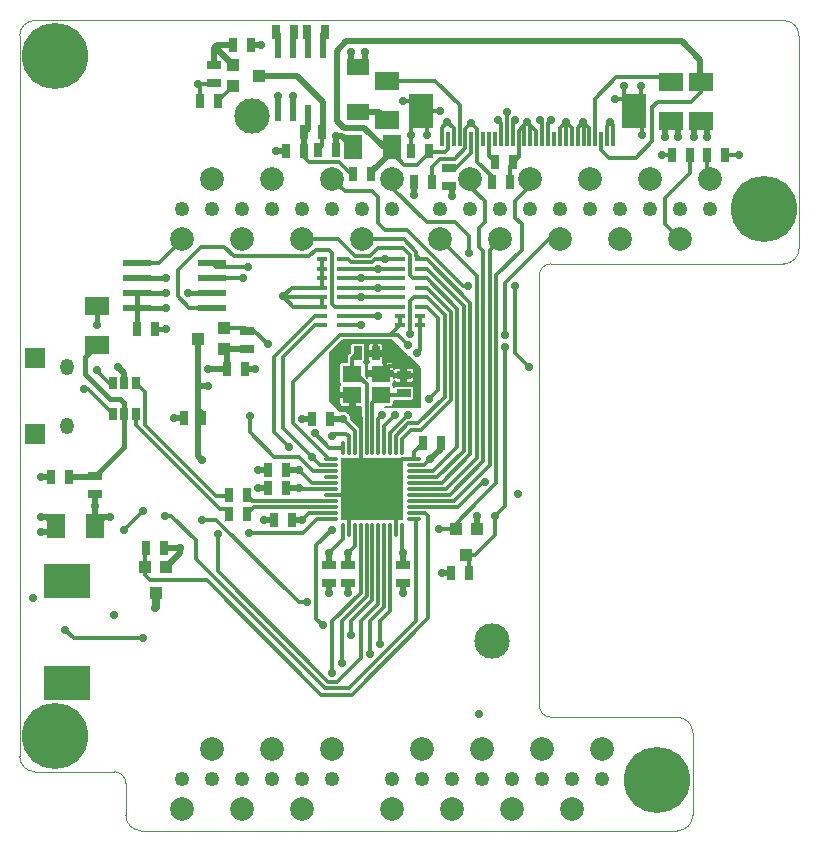
<source format=gbl>
G04 (created by PCBNEW (2013-07-07 BZR 4022)-stable) date 15/02/2015 14:23:04*
%MOIN*%
G04 Gerber Fmt 3.4, Leading zero omitted, Abs format*
%FSLAX34Y34*%
G01*
G70*
G90*
G04 APERTURE LIST*
%ADD10C,0.00590551*%
%ADD11C,0.000393701*%
%ADD12C,0.220472*%
%ADD13R,0.025X0.045*%
%ADD14R,0.011811X0.0511811*%
%ADD15R,0.0787402X0.11811*%
%ADD16R,0.0944701X0.0236*%
%ADD17R,0.08X0.06*%
%ADD18R,0.0629921X0.0551181*%
%ADD19R,0.0272X0.0394*%
%ADD20R,0.0433071X0.0433071*%
%ADD21R,0.0748031X0.0551181*%
%ADD22R,0.0236X0.0551*%
%ADD23R,0.06X0.08*%
%ADD24R,0.045X0.025*%
%ADD25R,0.0354331X0.0177165*%
%ADD26O,0.0511811X0.011811*%
%ADD27O,0.011811X0.0511811*%
%ADD28R,0.208661X0.208661*%
%ADD29C,0.11811*%
%ADD30O,0.0452756X0.0551181*%
%ADD31R,0.0669291X0.0669291*%
%ADD32C,0.0787402*%
%ADD33C,0.0492126*%
%ADD34R,0.15748X0.11811*%
%ADD35C,0.0275591*%
%ADD36C,0.011811*%
%ADD37C,0.019685*%
%ADD38C,0.015748*%
%ADD39C,0.0275591*%
%ADD40C,0.00787402*%
G04 APERTURE END LIST*
G54D10*
G54D11*
X42173Y-51606D02*
X42173Y-27590D01*
X42173Y-27590D02*
G75*
G02X42685Y-27078I511J0D01*
G74*
G01*
X45716Y-52511D02*
X45716Y-53574D01*
X42685Y-52118D02*
X45322Y-52118D01*
X67645Y-27078D02*
X42685Y-27078D01*
X68157Y-34677D02*
X68157Y-27590D01*
X59889Y-35188D02*
X67645Y-35188D01*
X59496Y-49913D02*
X59496Y-35582D01*
X64102Y-50307D02*
X59889Y-50307D01*
X64614Y-53574D02*
X64614Y-50818D01*
X46228Y-54086D02*
X64102Y-54086D01*
X45322Y-52118D02*
G75*
G02X45716Y-52511I0J-393D01*
G74*
G01*
X42685Y-52118D02*
G75*
G02X42173Y-51606I0J511D01*
G74*
G01*
X67645Y-27078D02*
G75*
G02X68157Y-27590I0J-511D01*
G74*
G01*
X68157Y-34678D02*
G75*
G02X67645Y-35188I-511J0D01*
G74*
G01*
X59496Y-35581D02*
G75*
G02X59889Y-35188I393J0D01*
G74*
G01*
X59889Y-50307D02*
G75*
G02X59496Y-49913I0J393D01*
G74*
G01*
X64103Y-50307D02*
G75*
G02X64614Y-50818I0J-511D01*
G74*
G01*
X64614Y-53575D02*
G75*
G02X64102Y-54086I-511J0D01*
G74*
G01*
X46227Y-54086D02*
G75*
G02X45716Y-53574I0J511D01*
G74*
G01*
G54D12*
X43354Y-50937D03*
X63433Y-52393D03*
X43354Y-28259D03*
X66976Y-33377D03*
G54D13*
X48784Y-29763D03*
X48184Y-29763D03*
G54D14*
X61956Y-31015D03*
X61759Y-31015D03*
X61562Y-31015D03*
X61366Y-31015D03*
X61169Y-31015D03*
X60972Y-31015D03*
X60775Y-31015D03*
X60578Y-31015D03*
X60381Y-31015D03*
X60185Y-31015D03*
X59988Y-31015D03*
X59791Y-31015D03*
X59594Y-31015D03*
X59397Y-31015D03*
X59200Y-31015D03*
X59003Y-31015D03*
X58807Y-31015D03*
X58610Y-31015D03*
X58413Y-31015D03*
X58216Y-31015D03*
X58019Y-31015D03*
X57822Y-31015D03*
X57625Y-31015D03*
X57429Y-31015D03*
X57232Y-31015D03*
X57035Y-31015D03*
X56838Y-31015D03*
X56641Y-31015D03*
X56444Y-31015D03*
X56248Y-31015D03*
G54D15*
X55559Y-30090D03*
X62645Y-30090D03*
G54D16*
X46095Y-35155D03*
X48589Y-35155D03*
X46095Y-35655D03*
X46095Y-36155D03*
X46095Y-36655D03*
X48589Y-35655D03*
X48589Y-36155D03*
X48589Y-36655D03*
G54D17*
X44744Y-36613D03*
X44744Y-37913D03*
G54D13*
X65093Y-31574D03*
X65693Y-31574D03*
X64532Y-31574D03*
X63932Y-31574D03*
X46392Y-44665D03*
X46992Y-44665D03*
G54D18*
X53267Y-38858D03*
X54212Y-38858D03*
X54212Y-39566D03*
X53267Y-39566D03*
G54D19*
X45295Y-39173D03*
X46043Y-39173D03*
X45669Y-39173D03*
X46043Y-40197D03*
X45295Y-40197D03*
X45669Y-40197D03*
G54D20*
X49291Y-28567D03*
X49291Y-29267D03*
X50157Y-28917D03*
X57416Y-44035D03*
X56716Y-44035D03*
X57066Y-44901D03*
X48996Y-38046D03*
X48996Y-37346D03*
X48129Y-37696D03*
G54D21*
X53464Y-30118D03*
X53464Y-28622D03*
G54D22*
X50785Y-30164D03*
X50785Y-28064D03*
X51285Y-30164D03*
X51785Y-30164D03*
X52285Y-30164D03*
X51285Y-28064D03*
X51785Y-28064D03*
X52285Y-28064D03*
G54D17*
X63897Y-29133D03*
X63897Y-30433D03*
X64881Y-29133D03*
X64881Y-30433D03*
G54D23*
X44685Y-43917D03*
X43385Y-43917D03*
G54D17*
X54429Y-29094D03*
X54429Y-30394D03*
G54D23*
X54587Y-31299D03*
X53287Y-31299D03*
G54D13*
X49148Y-42913D03*
X49748Y-42913D03*
X49148Y-43523D03*
X49748Y-43523D03*
G54D24*
X48661Y-29177D03*
X48661Y-28577D03*
G54D13*
X53902Y-32204D03*
X53302Y-32204D03*
G54D24*
X44685Y-42278D03*
X44685Y-42878D03*
G54D13*
X58026Y-31811D03*
X58626Y-31811D03*
X56570Y-45511D03*
X57170Y-45511D03*
G54D24*
X49763Y-37416D03*
X49763Y-38016D03*
X54960Y-45231D03*
X54960Y-45831D03*
G54D13*
X56205Y-41161D03*
X55605Y-41161D03*
X43823Y-42283D03*
X43223Y-42283D03*
X52524Y-40354D03*
X51924Y-40354D03*
X49286Y-27913D03*
X49886Y-27913D03*
X51048Y-42657D03*
X50448Y-42657D03*
X52268Y-30807D03*
X51668Y-30807D03*
X51638Y-31417D03*
X51038Y-31417D03*
X52347Y-27460D03*
X51747Y-27460D03*
X50723Y-27460D03*
X51323Y-27460D03*
X52121Y-31397D03*
X52721Y-31397D03*
G54D24*
X53110Y-45231D03*
X53110Y-45831D03*
G54D13*
X51244Y-43720D03*
X50644Y-43720D03*
G54D24*
X56476Y-32003D03*
X56476Y-32603D03*
G54D13*
X57908Y-32460D03*
X58508Y-32460D03*
X55910Y-32460D03*
X55310Y-32460D03*
X49089Y-38700D03*
X49689Y-38700D03*
X55831Y-31437D03*
X55231Y-31437D03*
G54D24*
X52500Y-45231D03*
X52500Y-45831D03*
G54D13*
X51048Y-42047D03*
X50448Y-42047D03*
X46097Y-37362D03*
X46697Y-37362D03*
G54D24*
X54980Y-39512D03*
X54980Y-38912D03*
G54D13*
X53440Y-38169D03*
X54040Y-38169D03*
X48252Y-40314D03*
X47652Y-40314D03*
G54D25*
X54842Y-37244D03*
X54842Y-36929D03*
X54842Y-36614D03*
X54842Y-36299D03*
X54842Y-35984D03*
X54842Y-35669D03*
X54842Y-35354D03*
X54842Y-35039D03*
X55511Y-35039D03*
X55511Y-35354D03*
X55511Y-35669D03*
X55511Y-35984D03*
X55511Y-36299D03*
X55511Y-36614D03*
X55511Y-36929D03*
X55511Y-37244D03*
X52933Y-35039D03*
X52933Y-35354D03*
X52933Y-35669D03*
X52933Y-35984D03*
X52933Y-36299D03*
X52933Y-36614D03*
X52933Y-36929D03*
X52933Y-37244D03*
X52263Y-37244D03*
X52263Y-36929D03*
X52263Y-36614D03*
X52263Y-36299D03*
X52263Y-35984D03*
X52263Y-35669D03*
X52263Y-35354D03*
X52263Y-35039D03*
G54D26*
X52559Y-43681D03*
X52559Y-43484D03*
X52559Y-43287D03*
X52559Y-43090D03*
X52559Y-42893D03*
X52559Y-42696D03*
X52559Y-42500D03*
X52559Y-42303D03*
X52559Y-42106D03*
X52559Y-41909D03*
X52559Y-41712D03*
G54D27*
X52952Y-41318D03*
X53149Y-41318D03*
X53346Y-41318D03*
X53543Y-41318D03*
X53740Y-41318D03*
X53937Y-41318D03*
X54133Y-41318D03*
X54330Y-41318D03*
X54527Y-41318D03*
X54724Y-41318D03*
X54921Y-41318D03*
G54D26*
X55314Y-41712D03*
X55314Y-41909D03*
X55314Y-42106D03*
X55314Y-42303D03*
X55314Y-42500D03*
X55314Y-42696D03*
X55314Y-42893D03*
X55314Y-43090D03*
X55314Y-43287D03*
X55314Y-43484D03*
X55314Y-43681D03*
G54D27*
X54921Y-44074D03*
X54724Y-44074D03*
X54527Y-44074D03*
X54330Y-44074D03*
X54133Y-44074D03*
X53937Y-44074D03*
X53740Y-44074D03*
X53543Y-44074D03*
X53346Y-44074D03*
X53149Y-44074D03*
X52952Y-44074D03*
G54D28*
X53937Y-42696D03*
G54D29*
X49905Y-30267D03*
X57905Y-47767D03*
G54D20*
X47062Y-45295D03*
X46362Y-45295D03*
X46712Y-46161D03*
G54D30*
X43767Y-38614D03*
X43767Y-40582D03*
G54D31*
X42704Y-38338D03*
X42704Y-40858D03*
G54D32*
X61602Y-51370D03*
X60602Y-53370D03*
X59602Y-51370D03*
X58602Y-53370D03*
X57602Y-51370D03*
X56602Y-53370D03*
X55602Y-51370D03*
X54602Y-53370D03*
G54D33*
X61602Y-52370D03*
X60602Y-52370D03*
X59602Y-52370D03*
X58602Y-52370D03*
X57602Y-52370D03*
X56602Y-52370D03*
X55602Y-52370D03*
X54602Y-52370D03*
G54D32*
X65202Y-32370D03*
X64202Y-34370D03*
X63202Y-32370D03*
X62202Y-34370D03*
X61202Y-32370D03*
X60202Y-34370D03*
X59202Y-32370D03*
X58202Y-34370D03*
X56202Y-34370D03*
G54D33*
X65202Y-33370D03*
X64202Y-33370D03*
X63202Y-33370D03*
X62202Y-33370D03*
X61202Y-33370D03*
X60202Y-33370D03*
X59202Y-33370D03*
X58202Y-33370D03*
X57202Y-33370D03*
X56202Y-33370D03*
G54D32*
X57202Y-32370D03*
X52602Y-51370D03*
X51602Y-53370D03*
X50602Y-51370D03*
X49602Y-53370D03*
X48602Y-51370D03*
X47602Y-53370D03*
G54D33*
X52602Y-52370D03*
X51602Y-52370D03*
X50602Y-52370D03*
X49602Y-52370D03*
X48602Y-52370D03*
X47602Y-52370D03*
G54D32*
X54602Y-32370D03*
X53602Y-34370D03*
X52602Y-32370D03*
X51602Y-34370D03*
X50602Y-32370D03*
X49602Y-34370D03*
X48602Y-32370D03*
X47602Y-34370D03*
G54D33*
X54602Y-33370D03*
X53602Y-33370D03*
X52602Y-33370D03*
X51602Y-33370D03*
X50602Y-33370D03*
X49602Y-33370D03*
X48602Y-33370D03*
X47602Y-33370D03*
G54D34*
X43748Y-45779D03*
X43748Y-49165D03*
G54D35*
X47795Y-36161D03*
X47066Y-36653D03*
X47066Y-36161D03*
X57224Y-30492D03*
X51476Y-42657D03*
X57480Y-50196D03*
X48740Y-28016D03*
X45196Y-43622D03*
X44685Y-43248D03*
X45314Y-46889D03*
X42637Y-46338D03*
X48444Y-38700D03*
X66141Y-31574D03*
X63602Y-31574D03*
X56240Y-45511D03*
X54960Y-44822D03*
X54133Y-36929D03*
X55846Y-41712D03*
X51476Y-42047D03*
X51574Y-43720D03*
X52952Y-40354D03*
X52500Y-44822D03*
X53110Y-44822D03*
X48779Y-44192D03*
X55807Y-39704D03*
X52007Y-40826D03*
X54271Y-40216D03*
X45669Y-44055D03*
X46279Y-43444D03*
X54704Y-40216D03*
X54370Y-35039D03*
X58700Y-30413D03*
X54114Y-35354D03*
X58405Y-30118D03*
X53543Y-35669D03*
X58129Y-30413D03*
X46692Y-46653D03*
X50452Y-37874D03*
X57696Y-42460D03*
X58681Y-35944D03*
X57106Y-35944D03*
X59153Y-38641D03*
X55137Y-40216D03*
X51751Y-46476D03*
X48267Y-43720D03*
X55177Y-37519D03*
X49822Y-44153D03*
X57145Y-34842D03*
X52598Y-48818D03*
X52913Y-48503D03*
X53858Y-48188D03*
X54173Y-47874D03*
X58366Y-37952D03*
X55413Y-38169D03*
X58011Y-43602D03*
X49625Y-35669D03*
X54133Y-35984D03*
X59507Y-30413D03*
X49783Y-35295D03*
X53543Y-36299D03*
X59881Y-30413D03*
X55137Y-37913D03*
X58366Y-37559D03*
X51909Y-41614D03*
X56141Y-44035D03*
X49842Y-40275D03*
X48267Y-41732D03*
X48464Y-39271D03*
X46299Y-47677D03*
X43700Y-47401D03*
X53228Y-47559D03*
X52598Y-40944D03*
X51161Y-41299D03*
X52578Y-44055D03*
X52283Y-47244D03*
X55236Y-30905D03*
X54940Y-29763D03*
X56181Y-30098D03*
X55767Y-30905D03*
X62893Y-29271D03*
X62322Y-29271D03*
X62027Y-29685D03*
X62913Y-30905D03*
X47047Y-37362D03*
X47066Y-35649D03*
X47519Y-44665D03*
X45452Y-38622D03*
X47322Y-40314D03*
X42874Y-44133D03*
X42874Y-43622D03*
X42893Y-42283D03*
X50314Y-43720D03*
X58779Y-42874D03*
X50019Y-38700D03*
X65098Y-30964D03*
X64665Y-30964D03*
X64114Y-30964D03*
X63681Y-30964D03*
X50964Y-36279D03*
X59094Y-30472D03*
X53543Y-37244D03*
X50216Y-27913D03*
X61870Y-30472D03*
X60964Y-30472D03*
X60374Y-30472D03*
X56437Y-30472D03*
X53700Y-28129D03*
X53228Y-28129D03*
X56594Y-32933D03*
X55314Y-32913D03*
X50708Y-31417D03*
X52736Y-30944D03*
X51279Y-29606D03*
X50787Y-29606D03*
X57421Y-43602D03*
X53110Y-43523D03*
X54763Y-43523D03*
X53110Y-41870D03*
X53937Y-42696D03*
X54763Y-41870D03*
X51594Y-40354D03*
X53267Y-40059D03*
X52736Y-39566D03*
X54980Y-38582D03*
X54370Y-38169D03*
X54960Y-46161D03*
X53110Y-46161D03*
X52500Y-46161D03*
X50118Y-42657D03*
X50118Y-42047D03*
X44744Y-37224D03*
X48129Y-29192D03*
X47007Y-43582D03*
X44744Y-38740D03*
X44311Y-39350D03*
G54D36*
X51638Y-31417D02*
X51638Y-31618D01*
X53228Y-32204D02*
X53302Y-32204D01*
X52814Y-31791D02*
X53228Y-32204D01*
X51811Y-31791D02*
X52814Y-31791D01*
X51638Y-31618D02*
X51811Y-31791D01*
G54D37*
X51638Y-31417D02*
X51638Y-30837D01*
X51638Y-30837D02*
X51668Y-30807D01*
X51785Y-30164D02*
X51785Y-30690D01*
X51785Y-30690D02*
X51668Y-30807D01*
G54D38*
X46095Y-36655D02*
X46095Y-37360D01*
X46095Y-37360D02*
X46097Y-37362D01*
X48589Y-36155D02*
X47801Y-36155D01*
X47801Y-36155D02*
X47795Y-36161D01*
X46095Y-36655D02*
X47064Y-36655D01*
X47064Y-36655D02*
X47066Y-36653D01*
X46095Y-36155D02*
X47061Y-36155D01*
X47061Y-36155D02*
X47066Y-36161D01*
X46095Y-36655D02*
X46095Y-36155D01*
G54D36*
X57429Y-31055D02*
X57429Y-31799D01*
X57908Y-32278D02*
X57908Y-32460D01*
X57429Y-31799D02*
X57908Y-32278D01*
X57429Y-31055D02*
X57429Y-30696D01*
X57429Y-30696D02*
X57224Y-30492D01*
X57035Y-30681D02*
X57224Y-30492D01*
X57035Y-30681D02*
X57035Y-31055D01*
X55910Y-32460D02*
X55910Y-31963D01*
X57035Y-31330D02*
X57035Y-31055D01*
X56673Y-31692D02*
X57035Y-31330D01*
X56181Y-31692D02*
X56673Y-31692D01*
X55910Y-31963D02*
X56181Y-31692D01*
G54D37*
X51048Y-42657D02*
X51476Y-42657D01*
G54D36*
X51515Y-42696D02*
X51476Y-42657D01*
X51515Y-42696D02*
X52559Y-42696D01*
G54D37*
X44685Y-43917D02*
X44980Y-43622D01*
X44980Y-43622D02*
X45196Y-43622D01*
X44685Y-42878D02*
X44685Y-42879D01*
X44685Y-42879D02*
X44685Y-43248D01*
X44685Y-43248D02*
X44685Y-43917D01*
X51574Y-43720D02*
X51244Y-43720D01*
X49089Y-38700D02*
X49089Y-38140D01*
X49089Y-38140D02*
X48996Y-38046D01*
X49089Y-38700D02*
X48444Y-38700D01*
X48996Y-38046D02*
X49733Y-38046D01*
X49733Y-38046D02*
X49763Y-38016D01*
G54D36*
X65693Y-31574D02*
X66141Y-31574D01*
X63932Y-31574D02*
X63602Y-31574D01*
G54D37*
X56240Y-45511D02*
X56570Y-45511D01*
G54D36*
X52933Y-36929D02*
X54133Y-36929D01*
X56205Y-41161D02*
X56205Y-41353D01*
X55649Y-41909D02*
X55846Y-41712D01*
X55649Y-41909D02*
X55314Y-41909D01*
G54D37*
X56205Y-41353D02*
X55846Y-41712D01*
X49291Y-28567D02*
X48740Y-28016D01*
X48740Y-28016D02*
X48735Y-28011D01*
X48735Y-28011D02*
X48661Y-28011D01*
X48661Y-28577D02*
X48661Y-28011D01*
X48759Y-27913D02*
X48661Y-28011D01*
X48759Y-27913D02*
X49286Y-27913D01*
X51048Y-42047D02*
X51476Y-42047D01*
G54D36*
X51929Y-42500D02*
X51476Y-42047D01*
X51929Y-42500D02*
X52559Y-42500D01*
G54D37*
X52524Y-40354D02*
X52952Y-40354D01*
G54D36*
X53346Y-40748D02*
X52952Y-40354D01*
X53346Y-40748D02*
X53346Y-41318D01*
G54D37*
X54960Y-45231D02*
X54960Y-44822D01*
G54D36*
X54921Y-44783D02*
X54960Y-44822D01*
X54921Y-44783D02*
X54921Y-44074D01*
G54D37*
X52500Y-45231D02*
X52500Y-44822D01*
G54D36*
X52952Y-44370D02*
X52500Y-44822D01*
X52952Y-44370D02*
X52952Y-44074D01*
X51811Y-43484D02*
X51574Y-43720D01*
X51811Y-43484D02*
X52559Y-43484D01*
X61562Y-31015D02*
X61562Y-31405D01*
X64881Y-29448D02*
X64881Y-29133D01*
X64547Y-29783D02*
X64881Y-29448D01*
X63444Y-29783D02*
X64547Y-29783D01*
X63267Y-29960D02*
X63444Y-29783D01*
X63267Y-31102D02*
X63267Y-29960D01*
X62716Y-31653D02*
X63267Y-31102D01*
X61811Y-31653D02*
X62716Y-31653D01*
X61562Y-31405D02*
X61811Y-31653D01*
G54D37*
X54587Y-31299D02*
X54311Y-31299D01*
X54311Y-31299D02*
X53661Y-30649D01*
X64862Y-28385D02*
X64862Y-29133D01*
X64251Y-27775D02*
X64862Y-28385D01*
X53070Y-27775D02*
X64251Y-27775D01*
X52755Y-28090D02*
X53070Y-27775D01*
X52755Y-30433D02*
X52755Y-28090D01*
X52972Y-30649D02*
X52755Y-30433D01*
X53661Y-30649D02*
X52972Y-30649D01*
G54D36*
X54587Y-31299D02*
X54587Y-31476D01*
X55885Y-31437D02*
X55831Y-31437D01*
X55433Y-31889D02*
X55885Y-31437D01*
X55000Y-31889D02*
X55433Y-31889D01*
X54587Y-31476D02*
X55000Y-31889D01*
X56444Y-31055D02*
X56444Y-31370D01*
X56444Y-31370D02*
X56338Y-31476D01*
X56338Y-31476D02*
X55870Y-31476D01*
X55870Y-31476D02*
X55831Y-31437D01*
X53902Y-32204D02*
X53902Y-32140D01*
X54587Y-31456D02*
X54587Y-31299D01*
G54D37*
X53902Y-32140D02*
X54587Y-31456D01*
X53110Y-45231D02*
X53110Y-44822D01*
G54D36*
X53346Y-44586D02*
X53110Y-44822D01*
X53346Y-44586D02*
X53346Y-44074D01*
X48784Y-29763D02*
X48794Y-29763D01*
X48794Y-29763D02*
X49291Y-29267D01*
X48779Y-44192D02*
X48779Y-45433D01*
X52460Y-49114D02*
X48779Y-45433D01*
X54133Y-44074D02*
X54133Y-46515D01*
X52755Y-49114D02*
X52460Y-49114D01*
X53543Y-48326D02*
X52755Y-49114D01*
X53543Y-47106D02*
X53543Y-48326D01*
X54133Y-46515D02*
X53543Y-47106D01*
X55807Y-39704D02*
X56122Y-39389D01*
X52952Y-41318D02*
X52500Y-41318D01*
X52500Y-41318D02*
X52007Y-40826D01*
X55748Y-36614D02*
X55511Y-36614D01*
X56122Y-36988D02*
X55748Y-36614D01*
X56122Y-39389D02*
X56122Y-36988D01*
X51161Y-34940D02*
X49311Y-34940D01*
X47836Y-36655D02*
X48392Y-36655D01*
X47440Y-36259D02*
X47836Y-36655D01*
X47440Y-35393D02*
X47440Y-36259D01*
X48208Y-34625D02*
X47440Y-35393D01*
X48996Y-34625D02*
X48208Y-34625D01*
X49311Y-34940D02*
X48996Y-34625D01*
X52933Y-36614D02*
X52696Y-36614D01*
X51830Y-34940D02*
X51161Y-34940D01*
X51161Y-34940D02*
X51141Y-34940D01*
X52047Y-34724D02*
X51830Y-34940D01*
X52500Y-34724D02*
X52047Y-34724D01*
X52598Y-34822D02*
X52500Y-34724D01*
X52598Y-36515D02*
X52598Y-34822D01*
X52696Y-36614D02*
X52598Y-36515D01*
X54842Y-36614D02*
X52933Y-36614D01*
X65093Y-31574D02*
X65093Y-32261D01*
X65093Y-32261D02*
X65202Y-32370D01*
X54133Y-41318D02*
X54133Y-40354D01*
X54133Y-40354D02*
X54271Y-40216D01*
X64202Y-34370D02*
X63700Y-33868D01*
X64532Y-32160D02*
X64532Y-31574D01*
X63700Y-32992D02*
X64532Y-32160D01*
X63700Y-33868D02*
X63700Y-32992D01*
X45669Y-44055D02*
X46279Y-43444D01*
X54330Y-41318D02*
X54330Y-40590D01*
X54330Y-40590D02*
X54704Y-40216D01*
X58610Y-30503D02*
X58700Y-30413D01*
X58610Y-30503D02*
X58610Y-31055D01*
X52933Y-35039D02*
X53129Y-35039D01*
X54370Y-35039D02*
X54842Y-35039D01*
X54035Y-35039D02*
X54370Y-35039D01*
X53937Y-35137D02*
X54035Y-35039D01*
X53228Y-35137D02*
X53937Y-35137D01*
X53129Y-35039D02*
X53228Y-35137D01*
X55511Y-35039D02*
X55748Y-35039D01*
X55748Y-35039D02*
X57204Y-36496D01*
X55511Y-35039D02*
X55393Y-34921D01*
X55393Y-34921D02*
X55393Y-34783D01*
X55393Y-34783D02*
X54980Y-34370D01*
X54980Y-34370D02*
X53602Y-34370D01*
X55314Y-42500D02*
X56240Y-42500D01*
X57204Y-41535D02*
X57204Y-36496D01*
X56240Y-42500D02*
X57204Y-41535D01*
X55314Y-42303D02*
X56102Y-42303D01*
X55748Y-35354D02*
X55511Y-35354D01*
X56988Y-36594D02*
X55748Y-35354D01*
X56988Y-41417D02*
X56988Y-36594D01*
X56102Y-42303D02*
X56988Y-41417D01*
X55511Y-35669D02*
X55275Y-35669D01*
X52795Y-34370D02*
X51602Y-34370D01*
X53366Y-34940D02*
X52795Y-34370D01*
X53838Y-34940D02*
X53366Y-34940D01*
X54114Y-34665D02*
X53838Y-34940D01*
X54960Y-34665D02*
X54114Y-34665D01*
X55177Y-34881D02*
X54960Y-34665D01*
X55177Y-35570D02*
X55177Y-34881D01*
X55275Y-35669D02*
X55177Y-35570D01*
X55314Y-42106D02*
X55964Y-42106D01*
X55748Y-35669D02*
X55511Y-35669D01*
X56771Y-36692D02*
X55748Y-35669D01*
X56771Y-41299D02*
X56771Y-36692D01*
X55964Y-42106D02*
X56771Y-41299D01*
X58413Y-30125D02*
X58405Y-30118D01*
X58413Y-30125D02*
X58413Y-31055D01*
X54842Y-35354D02*
X54114Y-35354D01*
X54114Y-35354D02*
X52933Y-35354D01*
X58216Y-30500D02*
X58129Y-30413D01*
X58216Y-30500D02*
X58216Y-31055D01*
X52933Y-35669D02*
X53543Y-35669D01*
X53543Y-35669D02*
X54842Y-35669D01*
G54D39*
X46712Y-46633D02*
X46712Y-46161D01*
X46692Y-46653D02*
X46712Y-46633D01*
G54D36*
X46362Y-45295D02*
X46362Y-45555D01*
X46535Y-45728D02*
X48405Y-45728D01*
X46362Y-45555D02*
X46535Y-45728D01*
X46362Y-45295D02*
X46362Y-44695D01*
X46362Y-44695D02*
X46392Y-44665D01*
X55314Y-43484D02*
X55688Y-43484D01*
X52224Y-49547D02*
X48405Y-45728D01*
X53248Y-49547D02*
X52224Y-49547D01*
X55787Y-47007D02*
X53248Y-49547D01*
X55787Y-43582D02*
X55787Y-47007D01*
X55688Y-43484D02*
X55787Y-43582D01*
X49995Y-37416D02*
X50452Y-37874D01*
X49763Y-37416D02*
X49995Y-37416D01*
X48996Y-37346D02*
X49694Y-37346D01*
X49694Y-37346D02*
X49763Y-37416D01*
X55314Y-42696D02*
X56377Y-42696D01*
X57421Y-35588D02*
X56202Y-34370D01*
X57421Y-41653D02*
X57421Y-35588D01*
X56377Y-42696D02*
X57421Y-41653D01*
X55314Y-42893D02*
X56515Y-42893D01*
X57202Y-32615D02*
X57202Y-32370D01*
X57696Y-33110D02*
X57202Y-32615D01*
X57696Y-33799D02*
X57696Y-33110D01*
X57500Y-33996D02*
X57696Y-33799D01*
X57500Y-34625D02*
X57500Y-33996D01*
X57637Y-34763D02*
X57500Y-34625D01*
X57637Y-41771D02*
X57637Y-34763D01*
X56515Y-42893D02*
X57637Y-41771D01*
X58202Y-34370D02*
X57854Y-34718D01*
X57854Y-34718D02*
X57854Y-34724D01*
X55314Y-43090D02*
X56653Y-43090D01*
X57854Y-41889D02*
X57854Y-34724D01*
X56653Y-43090D02*
X57854Y-41889D01*
X57322Y-42755D02*
X57618Y-42460D01*
X57618Y-42460D02*
X57696Y-42460D01*
X56968Y-35944D02*
X57106Y-35944D01*
X55098Y-34074D02*
X56968Y-35944D01*
X54370Y-34074D02*
X55098Y-34074D01*
X54114Y-33818D02*
X54370Y-34074D01*
X54114Y-32952D02*
X54114Y-33818D01*
X53937Y-32775D02*
X54114Y-32952D01*
X53007Y-32775D02*
X53937Y-32775D01*
X52602Y-32370D02*
X53007Y-32775D01*
X58681Y-38169D02*
X58681Y-35944D01*
X58681Y-38169D02*
X59153Y-38641D01*
X57322Y-42755D02*
X56791Y-43287D01*
X55314Y-43287D02*
X56791Y-43287D01*
X46095Y-35155D02*
X46836Y-35155D01*
X46836Y-35155D02*
X47622Y-34370D01*
X48720Y-43720D02*
X51476Y-46476D01*
X51476Y-46476D02*
X51751Y-46476D01*
X54527Y-40826D02*
X54803Y-40551D01*
X54803Y-40551D02*
X54803Y-40551D01*
X54803Y-40551D02*
X55137Y-40216D01*
X54527Y-41318D02*
X54527Y-40826D01*
X48720Y-43720D02*
X48267Y-43720D01*
X55511Y-36299D02*
X55314Y-36299D01*
X55177Y-36437D02*
X55177Y-37519D01*
X55314Y-36299D02*
X55177Y-36437D01*
X54724Y-41318D02*
X54724Y-40925D01*
X55748Y-36299D02*
X55511Y-36299D01*
X56338Y-36889D02*
X55748Y-36299D01*
X56338Y-39625D02*
X56338Y-36889D01*
X55452Y-40511D02*
X56338Y-39625D01*
X55137Y-40511D02*
X55452Y-40511D01*
X54724Y-40925D02*
X55137Y-40511D01*
X52086Y-43681D02*
X52559Y-43681D01*
X51614Y-44153D02*
X49822Y-44153D01*
X52086Y-43681D02*
X51614Y-44153D01*
X54602Y-32653D02*
X55748Y-33799D01*
X55748Y-33799D02*
X56673Y-33799D01*
X56673Y-33799D02*
X57145Y-34271D01*
X57145Y-34271D02*
X57145Y-34842D01*
X54602Y-32370D02*
X54602Y-32653D01*
X53543Y-46161D02*
X52598Y-47106D01*
X52598Y-47106D02*
X52598Y-48818D01*
X53543Y-44074D02*
X53543Y-46161D01*
X53740Y-44074D02*
X53740Y-46279D01*
X52913Y-47106D02*
X52913Y-48503D01*
X53740Y-46279D02*
X52913Y-47106D01*
X54330Y-44074D02*
X54330Y-46633D01*
X53858Y-47106D02*
X53858Y-48188D01*
X54330Y-46633D02*
X53858Y-47106D01*
X54527Y-44074D02*
X54527Y-46751D01*
X54173Y-47106D02*
X54173Y-47874D01*
X54527Y-46751D02*
X54173Y-47106D01*
X58011Y-43602D02*
X58366Y-43248D01*
X58366Y-43248D02*
X58366Y-41496D01*
X58366Y-37952D02*
X58366Y-41496D01*
X55511Y-37244D02*
X55511Y-38070D01*
X55511Y-38070D02*
X55413Y-38169D01*
X55511Y-36929D02*
X55511Y-37244D01*
X57066Y-44901D02*
X57342Y-44901D01*
X57342Y-44901D02*
X58011Y-44232D01*
X58011Y-44232D02*
X58011Y-43602D01*
X57170Y-45511D02*
X57170Y-45004D01*
X57170Y-45004D02*
X57066Y-44901D01*
X48589Y-35655D02*
X48603Y-35669D01*
X48603Y-35669D02*
X49625Y-35669D01*
X59594Y-30500D02*
X59507Y-30413D01*
X59594Y-30500D02*
X59594Y-31055D01*
X54842Y-35984D02*
X54133Y-35984D01*
X54133Y-35984D02*
X52933Y-35984D01*
X54921Y-41318D02*
X54921Y-41062D01*
X55748Y-35984D02*
X55511Y-35984D01*
X56555Y-36791D02*
X55748Y-35984D01*
X56555Y-39744D02*
X56555Y-36791D01*
X55570Y-40728D02*
X56555Y-39744D01*
X55236Y-40728D02*
X55570Y-40728D01*
X54921Y-41043D02*
X55236Y-40728D01*
X49783Y-35295D02*
X48729Y-35295D01*
X48729Y-35295D02*
X48589Y-35155D01*
X59791Y-30503D02*
X59881Y-30413D01*
X59791Y-30503D02*
X59791Y-31055D01*
X52933Y-36299D02*
X53543Y-36299D01*
X53543Y-36299D02*
X54842Y-36299D01*
X54537Y-37549D02*
X54773Y-37549D01*
X54773Y-37549D02*
X55137Y-37913D01*
X59822Y-34370D02*
X60202Y-34370D01*
X58366Y-35826D02*
X59822Y-34370D01*
X58366Y-37559D02*
X58366Y-35826D01*
X54842Y-37244D02*
X54842Y-36929D01*
X52864Y-37549D02*
X54537Y-37549D01*
X54537Y-37549D02*
X54842Y-37244D01*
X52559Y-41712D02*
X52480Y-41712D01*
X51279Y-39133D02*
X52864Y-37549D01*
X51279Y-40511D02*
X51279Y-39133D01*
X52480Y-41712D02*
X51279Y-40511D01*
X57500Y-43070D02*
X58070Y-42500D01*
X58070Y-42500D02*
X58070Y-41751D01*
X56716Y-44035D02*
X56716Y-43853D01*
X59202Y-32588D02*
X59202Y-32370D01*
X58070Y-41751D02*
X58070Y-35570D01*
X58070Y-35570D02*
X58917Y-34724D01*
X58917Y-34724D02*
X58917Y-33877D01*
X58917Y-33877D02*
X58700Y-33661D01*
X58700Y-33661D02*
X58700Y-33090D01*
X58700Y-33090D02*
X59202Y-32588D01*
X56716Y-43853D02*
X57500Y-43070D01*
X50964Y-39212D02*
X50964Y-38307D01*
X52027Y-37244D02*
X52263Y-37244D01*
X50964Y-38307D02*
X52027Y-37244D01*
X50964Y-40669D02*
X50964Y-39212D01*
X51909Y-41614D02*
X50964Y-40669D01*
X52559Y-41909D02*
X52204Y-41909D01*
X56141Y-44035D02*
X56716Y-44035D01*
X52204Y-41909D02*
X51909Y-41614D01*
X49842Y-40275D02*
X49842Y-40787D01*
X50669Y-41614D02*
X51476Y-41614D01*
X49842Y-40787D02*
X50669Y-41614D01*
X52559Y-42106D02*
X51968Y-42106D01*
X51968Y-42106D02*
X51476Y-41614D01*
X46043Y-39173D02*
X46062Y-39173D01*
X46358Y-40570D02*
X48720Y-42933D01*
X46358Y-39468D02*
X46358Y-40570D01*
X46062Y-39173D02*
X46358Y-39468D01*
X49148Y-42913D02*
X49129Y-42933D01*
X49129Y-42933D02*
X48720Y-42933D01*
X46043Y-40197D02*
X46043Y-40570D01*
X46043Y-40570D02*
X48838Y-43366D01*
X49148Y-43523D02*
X49091Y-43366D01*
X49091Y-43366D02*
X48838Y-43366D01*
G54D37*
X48252Y-40314D02*
X48252Y-40181D01*
X48252Y-40181D02*
X48129Y-40059D01*
X48252Y-40314D02*
X48149Y-40314D01*
X48129Y-40295D02*
X48252Y-40314D01*
X48149Y-40314D02*
X48129Y-40295D01*
X48464Y-39271D02*
X48129Y-39271D01*
X48129Y-39271D02*
X48129Y-39291D01*
X48129Y-37696D02*
X48129Y-39291D01*
X48129Y-39291D02*
X48129Y-40059D01*
X48129Y-40059D02*
X48129Y-41594D01*
X48129Y-41594D02*
X48267Y-41732D01*
G54D36*
X43976Y-47677D02*
X46299Y-47677D01*
X43700Y-47401D02*
X43976Y-47677D01*
X53937Y-44074D02*
X53937Y-46397D01*
X53228Y-47106D02*
X53228Y-47559D01*
X53937Y-46397D02*
X53228Y-47106D01*
X50649Y-39114D02*
X50649Y-38307D01*
X52027Y-36929D02*
X52263Y-36929D01*
X50649Y-38307D02*
X52027Y-36929D01*
X52972Y-40866D02*
X52677Y-40866D01*
X52677Y-40866D02*
X52598Y-40944D01*
X50649Y-40787D02*
X50649Y-39114D01*
X51161Y-41299D02*
X50649Y-40787D01*
X53070Y-40866D02*
X52972Y-40866D01*
X52578Y-44055D02*
X52066Y-44566D01*
X53149Y-41318D02*
X53149Y-40944D01*
X53149Y-40944D02*
X53070Y-40866D01*
X52066Y-47027D02*
X52283Y-47244D01*
X52066Y-44566D02*
X52066Y-47027D01*
X55231Y-31437D02*
X55236Y-31432D01*
X55236Y-30413D02*
X55236Y-30905D01*
X55236Y-30413D02*
X55559Y-30090D01*
X55236Y-31432D02*
X55236Y-30905D01*
X55559Y-30090D02*
X55232Y-29763D01*
X55232Y-29763D02*
X54940Y-29763D01*
X55559Y-30090D02*
X55566Y-30098D01*
X55566Y-30098D02*
X56181Y-30098D01*
X55559Y-30090D02*
X55767Y-30299D01*
X55767Y-30299D02*
X55767Y-30905D01*
X62645Y-30090D02*
X62893Y-29842D01*
X62893Y-29842D02*
X62893Y-29271D01*
X62645Y-30090D02*
X62322Y-29767D01*
X62322Y-29767D02*
X62322Y-29271D01*
X62645Y-30090D02*
X62240Y-29685D01*
X62240Y-29685D02*
X62027Y-29685D01*
X62645Y-30090D02*
X62913Y-30358D01*
X62913Y-30358D02*
X62913Y-30905D01*
G54D38*
X46697Y-37362D02*
X47047Y-37362D01*
X46095Y-35655D02*
X47061Y-35655D01*
X47061Y-35655D02*
X47066Y-35649D01*
G54D37*
X47519Y-44665D02*
X47519Y-44838D01*
X46992Y-44665D02*
X47519Y-44665D01*
X47519Y-44838D02*
X47062Y-45295D01*
X45669Y-39173D02*
X45669Y-38838D01*
X45669Y-38838D02*
X45452Y-38622D01*
X47652Y-40314D02*
X47322Y-40314D01*
X43385Y-43917D02*
X43168Y-44133D01*
X43168Y-44133D02*
X42874Y-44133D01*
X43385Y-43917D02*
X43090Y-43622D01*
X43090Y-43622D02*
X42874Y-43622D01*
X43223Y-42283D02*
X42893Y-42283D01*
X50644Y-43720D02*
X50314Y-43720D01*
X49689Y-38700D02*
X50019Y-38700D01*
X64881Y-30433D02*
X65098Y-30650D01*
X65098Y-30650D02*
X65098Y-30964D01*
X64881Y-30433D02*
X64665Y-30650D01*
X64665Y-30650D02*
X64665Y-30964D01*
X63897Y-30433D02*
X64114Y-30650D01*
X64114Y-30650D02*
X64114Y-30964D01*
X63897Y-30433D02*
X63681Y-30650D01*
X63681Y-30650D02*
X63681Y-30964D01*
G54D36*
X52263Y-36614D02*
X51299Y-36614D01*
X50984Y-36299D02*
X50964Y-36279D01*
X52263Y-36299D02*
X50984Y-36299D01*
X51259Y-35984D02*
X52263Y-35984D01*
X51259Y-35984D02*
X50964Y-36279D01*
X51299Y-36614D02*
X50964Y-36279D01*
X52263Y-35039D02*
X52263Y-35354D01*
X52263Y-35354D02*
X52263Y-35669D01*
X52263Y-35984D02*
X52263Y-35669D01*
X52263Y-36614D02*
X52263Y-36299D01*
X59397Y-31055D02*
X59397Y-30775D01*
X59397Y-30775D02*
X59094Y-30472D01*
X58807Y-31055D02*
X58807Y-30759D01*
X59200Y-30578D02*
X59094Y-30472D01*
X59200Y-31055D02*
X59200Y-30578D01*
X59003Y-30562D02*
X59003Y-31055D01*
X59003Y-30562D02*
X59094Y-30472D01*
X58807Y-30759D02*
X59094Y-30472D01*
X52933Y-37244D02*
X53543Y-37244D01*
X55605Y-41161D02*
X55314Y-41451D01*
X55314Y-41451D02*
X55314Y-41712D01*
G54D37*
X49886Y-27913D02*
X50216Y-27913D01*
G54D36*
X61956Y-31055D02*
X61956Y-30559D01*
X61759Y-30582D02*
X61870Y-30472D01*
X61759Y-30582D02*
X61759Y-31055D01*
X61956Y-30559D02*
X61870Y-30472D01*
X61169Y-31055D02*
X61169Y-30677D01*
X61169Y-30677D02*
X60964Y-30472D01*
X60775Y-31055D02*
X60775Y-30661D01*
X60972Y-30480D02*
X60964Y-30472D01*
X60972Y-30480D02*
X60972Y-31055D01*
X60775Y-30661D02*
X60964Y-30472D01*
X60578Y-31055D02*
X60578Y-30677D01*
X60578Y-30677D02*
X60374Y-30472D01*
X60185Y-31055D02*
X60185Y-30661D01*
X60381Y-30480D02*
X60374Y-30472D01*
X60381Y-30480D02*
X60381Y-31055D01*
X60185Y-30661D02*
X60374Y-30472D01*
X56641Y-31055D02*
X56641Y-30677D01*
X56248Y-30661D02*
X56437Y-30472D01*
X56248Y-30661D02*
X56248Y-31055D01*
X56641Y-30677D02*
X56437Y-30472D01*
X53464Y-28622D02*
X53700Y-28385D01*
G54D37*
X53700Y-28385D02*
X53700Y-28129D01*
G54D36*
X53464Y-28622D02*
X53228Y-28385D01*
G54D37*
X53228Y-28385D02*
X53228Y-28129D01*
G54D36*
X58508Y-32460D02*
X58508Y-31929D01*
X58508Y-31929D02*
X58626Y-31811D01*
X58807Y-31055D02*
X58807Y-31630D01*
X58807Y-31630D02*
X58626Y-31811D01*
G54D37*
X56476Y-32603D02*
X56594Y-32721D01*
X56594Y-32721D02*
X56594Y-32933D01*
X55310Y-32460D02*
X55310Y-32908D01*
G54D36*
X55310Y-32908D02*
X55314Y-32913D01*
G54D37*
X51038Y-31417D02*
X50708Y-31417D01*
X52736Y-30944D02*
X52932Y-30944D01*
G54D36*
X52721Y-30959D02*
X52736Y-30944D01*
G54D37*
X52721Y-31397D02*
X52721Y-30959D01*
X52932Y-30944D02*
X53287Y-31299D01*
X51285Y-30164D02*
X51285Y-29612D01*
X51285Y-29612D02*
X51279Y-29606D01*
X50785Y-30164D02*
X50785Y-29608D01*
X50785Y-29608D02*
X50787Y-29606D01*
X57416Y-44035D02*
X57416Y-43606D01*
G54D36*
X57416Y-43606D02*
X57421Y-43602D01*
X53110Y-43523D02*
X53937Y-42696D01*
X54763Y-43523D02*
X53937Y-42696D01*
X53110Y-41870D02*
X53937Y-42696D01*
X54763Y-41870D02*
X53937Y-42696D01*
G54D37*
X51924Y-40354D02*
X51594Y-40354D01*
G54D36*
X53543Y-41318D02*
X53543Y-40334D01*
X53267Y-40059D02*
X53267Y-39566D01*
X53543Y-40334D02*
X53267Y-40059D01*
X53267Y-39566D02*
X52736Y-39566D01*
X54980Y-38582D02*
X54488Y-38582D01*
X54980Y-38912D02*
X54980Y-38582D01*
X54488Y-38582D02*
X54212Y-38858D01*
X54370Y-38169D02*
X54370Y-38700D01*
X54040Y-38169D02*
X54370Y-38169D01*
X54370Y-38700D02*
X54212Y-38858D01*
G54D37*
X54960Y-45831D02*
X54960Y-46161D01*
X53110Y-45831D02*
X53110Y-46161D01*
X52500Y-45831D02*
X52500Y-46161D01*
G54D36*
X53149Y-44074D02*
X53149Y-43484D01*
X53149Y-43484D02*
X53937Y-42696D01*
X54724Y-44074D02*
X54724Y-43484D01*
X54724Y-43484D02*
X53937Y-42696D01*
X55314Y-41712D02*
X54921Y-41712D01*
X54921Y-41712D02*
X53937Y-42696D01*
X53543Y-41318D02*
X53543Y-42303D01*
X53543Y-42303D02*
X53937Y-42696D01*
G54D37*
X50448Y-42657D02*
X50118Y-42657D01*
X50448Y-42047D02*
X50118Y-42047D01*
G54D36*
X52559Y-42893D02*
X53740Y-42893D01*
X53740Y-42893D02*
X53937Y-42696D01*
X54212Y-39566D02*
X54925Y-39566D01*
X54925Y-39566D02*
X54980Y-39512D01*
X53937Y-41318D02*
X53937Y-39842D01*
X53937Y-39842D02*
X54212Y-39566D01*
X53267Y-38858D02*
X53267Y-38341D01*
X53267Y-38341D02*
X53440Y-38169D01*
X53740Y-41318D02*
X53740Y-39212D01*
X53385Y-38858D02*
X53267Y-38858D01*
X53740Y-39212D02*
X53385Y-38858D01*
X54429Y-29094D02*
X56023Y-29094D01*
X56838Y-31055D02*
X56838Y-29909D01*
X56838Y-29909D02*
X56023Y-29094D01*
X56476Y-32003D02*
X56737Y-32003D01*
X57232Y-31507D02*
X57232Y-31055D01*
X56737Y-32003D02*
X57232Y-31507D01*
G54D37*
X53464Y-30118D02*
X54153Y-30118D01*
X54153Y-30118D02*
X54429Y-30394D01*
X51785Y-28064D02*
X51785Y-27498D01*
X51785Y-27498D02*
X51747Y-27460D01*
G54D36*
X57822Y-31055D02*
X57822Y-31607D01*
X57822Y-31607D02*
X58026Y-31811D01*
X52268Y-30807D02*
X52268Y-31250D01*
X52268Y-31250D02*
X52121Y-31397D01*
G54D37*
X52285Y-30164D02*
X52285Y-30790D01*
X52285Y-30790D02*
X52268Y-30807D01*
X52285Y-29785D02*
X52285Y-30164D01*
X51417Y-28917D02*
X52285Y-29785D01*
X50157Y-28917D02*
X51417Y-28917D01*
X52285Y-28064D02*
X52285Y-27522D01*
X52285Y-27522D02*
X52347Y-27460D01*
X51285Y-28064D02*
X51285Y-27498D01*
X51285Y-27498D02*
X51323Y-27460D01*
X50785Y-28064D02*
X50785Y-27522D01*
X50785Y-27522D02*
X50723Y-27460D01*
G54D38*
X44744Y-37224D02*
X44744Y-36613D01*
G54D36*
X48184Y-29763D02*
X48184Y-29247D01*
X48184Y-29247D02*
X48129Y-29192D01*
X48646Y-29192D02*
X48661Y-29177D01*
X48129Y-29192D02*
X48646Y-29192D01*
X48051Y-44409D02*
X47224Y-43582D01*
X47224Y-43582D02*
X47007Y-43582D01*
X55314Y-43681D02*
X55393Y-43759D01*
X48051Y-45039D02*
X48051Y-44409D01*
X52342Y-49330D02*
X48051Y-45039D01*
X53149Y-49330D02*
X52342Y-49330D01*
X55393Y-47086D02*
X53149Y-49330D01*
X55393Y-43759D02*
X55393Y-47086D01*
X44744Y-38740D02*
X44724Y-38740D01*
X44724Y-38740D02*
X45216Y-39232D01*
X44311Y-39350D02*
X44448Y-39350D01*
X44448Y-39350D02*
X45295Y-40197D01*
X52559Y-43090D02*
X49925Y-43090D01*
X49925Y-43090D02*
X49748Y-42913D01*
X52559Y-43287D02*
X49985Y-43287D01*
X49985Y-43287D02*
X49748Y-43523D01*
X64094Y-28975D02*
X62067Y-28975D01*
X61362Y-31015D02*
X61366Y-31015D01*
X61362Y-29681D02*
X61362Y-31015D01*
X62067Y-28975D02*
X61362Y-29681D01*
G54D38*
X44468Y-38956D02*
X44370Y-38858D01*
X44370Y-38287D02*
X44744Y-37913D01*
X44370Y-38858D02*
X44370Y-38287D01*
X45669Y-40197D02*
X45669Y-41294D01*
X45669Y-41294D02*
X44685Y-42278D01*
X45669Y-39822D02*
X45669Y-40197D01*
X45531Y-39685D02*
X45669Y-39822D01*
X45196Y-39685D02*
X45531Y-39685D01*
X44468Y-38956D02*
X45196Y-39685D01*
G54D37*
X44685Y-42278D02*
X44680Y-42283D01*
X44680Y-42283D02*
X43823Y-42283D01*
G54D10*
G36*
X55511Y-39980D02*
X55256Y-39980D01*
X55190Y-39952D01*
X55085Y-39952D01*
X55018Y-39980D01*
X54823Y-39980D01*
X54757Y-39952D01*
X54652Y-39952D01*
X54585Y-39980D01*
X54390Y-39980D01*
X54362Y-39968D01*
X54552Y-39968D01*
X54598Y-39949D01*
X54634Y-39913D01*
X54653Y-39867D01*
X54653Y-39817D01*
X54653Y-39751D01*
X54702Y-39751D01*
X54730Y-39763D01*
X54780Y-39763D01*
X55230Y-39763D01*
X55276Y-39744D01*
X55312Y-39709D01*
X55331Y-39662D01*
X55331Y-39612D01*
X55331Y-39362D01*
X55331Y-39062D01*
X55331Y-38762D01*
X55312Y-38716D01*
X55276Y-38680D01*
X55230Y-38661D01*
X55180Y-38661D01*
X55090Y-38661D01*
X55059Y-38693D01*
X55059Y-38850D01*
X55299Y-38850D01*
X55331Y-38818D01*
X55331Y-38762D01*
X55331Y-39062D01*
X55331Y-39006D01*
X55299Y-38975D01*
X55059Y-38975D01*
X55059Y-39132D01*
X55090Y-39163D01*
X55180Y-39163D01*
X55230Y-39163D01*
X55276Y-39144D01*
X55312Y-39108D01*
X55331Y-39062D01*
X55331Y-39362D01*
X55312Y-39316D01*
X55276Y-39280D01*
X55230Y-39261D01*
X55180Y-39261D01*
X54730Y-39261D01*
X54684Y-39280D01*
X54653Y-39311D01*
X54653Y-39266D01*
X54634Y-39220D01*
X54626Y-39212D01*
X54634Y-39205D01*
X54653Y-39159D01*
X54653Y-39113D01*
X54683Y-39144D01*
X54730Y-39163D01*
X54780Y-39163D01*
X54870Y-39163D01*
X54901Y-39132D01*
X54901Y-38975D01*
X54901Y-38850D01*
X54901Y-38693D01*
X54870Y-38661D01*
X54780Y-38661D01*
X54730Y-38661D01*
X54683Y-38680D01*
X54653Y-38711D01*
X54653Y-38607D01*
X54653Y-38557D01*
X54634Y-38511D01*
X54598Y-38475D01*
X54552Y-38456D01*
X54322Y-38456D01*
X54291Y-38488D01*
X54291Y-38456D01*
X54291Y-38456D01*
X54275Y-38456D01*
X54291Y-38419D01*
X54291Y-38369D01*
X54291Y-37969D01*
X54291Y-37919D01*
X54271Y-37872D01*
X54236Y-37837D01*
X54190Y-37818D01*
X54134Y-37818D01*
X54102Y-37849D01*
X54102Y-38090D01*
X54259Y-38090D01*
X54291Y-38059D01*
X54291Y-37969D01*
X54291Y-38369D01*
X54291Y-38279D01*
X54259Y-38248D01*
X54102Y-38248D01*
X54102Y-38255D01*
X53977Y-38255D01*
X53977Y-38248D01*
X53977Y-38090D01*
X53977Y-37849D01*
X53946Y-37818D01*
X53890Y-37818D01*
X53843Y-37837D01*
X53808Y-37872D01*
X53789Y-37919D01*
X53789Y-37969D01*
X53789Y-38059D01*
X53820Y-38090D01*
X53977Y-38090D01*
X53977Y-38248D01*
X53820Y-38248D01*
X53789Y-38279D01*
X53789Y-38369D01*
X53789Y-38419D01*
X53808Y-38465D01*
X53822Y-38479D01*
X53790Y-38511D01*
X53771Y-38557D01*
X53771Y-38607D01*
X53771Y-38748D01*
X53803Y-38779D01*
X54133Y-38779D01*
X54133Y-38771D01*
X54291Y-38771D01*
X54291Y-38771D01*
X54291Y-38779D01*
X54622Y-38779D01*
X54629Y-38772D01*
X54629Y-38818D01*
X54660Y-38850D01*
X54901Y-38850D01*
X54901Y-38975D01*
X54660Y-38975D01*
X54653Y-38982D01*
X54653Y-38968D01*
X54622Y-38937D01*
X54291Y-38937D01*
X54291Y-38944D01*
X54291Y-38944D01*
X54133Y-38944D01*
X54133Y-38937D01*
X53803Y-38937D01*
X53771Y-38968D01*
X53771Y-38982D01*
X53708Y-38919D01*
X53708Y-38557D01*
X53689Y-38511D01*
X53657Y-38479D01*
X53671Y-38465D01*
X53691Y-38419D01*
X53691Y-38369D01*
X53691Y-37919D01*
X53672Y-37873D01*
X53636Y-37837D01*
X53590Y-37818D01*
X53540Y-37818D01*
X53290Y-37818D01*
X53243Y-37837D01*
X53208Y-37872D01*
X53189Y-37919D01*
X53189Y-37969D01*
X53189Y-38158D01*
X53136Y-38210D01*
X53096Y-38270D01*
X53082Y-38341D01*
X53082Y-38456D01*
X52927Y-38456D01*
X52881Y-38475D01*
X52846Y-38511D01*
X52826Y-38557D01*
X52826Y-38607D01*
X52826Y-39158D01*
X52845Y-39205D01*
X52853Y-39212D01*
X52846Y-39219D01*
X52826Y-39266D01*
X52826Y-39316D01*
X52826Y-39456D01*
X52858Y-39488D01*
X53188Y-39488D01*
X53188Y-39480D01*
X53346Y-39480D01*
X53346Y-39488D01*
X53354Y-39488D01*
X53354Y-39645D01*
X53346Y-39645D01*
X53346Y-39937D01*
X53377Y-39968D01*
X53555Y-39968D01*
X53555Y-41114D01*
X53555Y-41318D01*
X53555Y-41405D01*
X53531Y-41405D01*
X53531Y-41318D01*
X53531Y-41114D01*
X53531Y-40748D01*
X53517Y-40677D01*
X53477Y-40617D01*
X53477Y-40617D01*
X53216Y-40356D01*
X53216Y-40302D01*
X53188Y-40235D01*
X53188Y-39937D01*
X53188Y-39645D01*
X52858Y-39645D01*
X52826Y-39677D01*
X52826Y-39817D01*
X52826Y-39867D01*
X52846Y-39913D01*
X52881Y-39949D01*
X52927Y-39968D01*
X53157Y-39968D01*
X53188Y-39937D01*
X53188Y-40235D01*
X53176Y-40205D01*
X53102Y-40130D01*
X53005Y-40090D01*
X52900Y-40090D01*
X52859Y-40107D01*
X52519Y-39767D01*
X52519Y-38165D01*
X52949Y-37736D01*
X54570Y-37736D01*
X55511Y-38677D01*
X55511Y-39980D01*
X55511Y-39980D01*
G37*
G54D40*
X55511Y-39980D02*
X55256Y-39980D01*
X55190Y-39952D01*
X55085Y-39952D01*
X55018Y-39980D01*
X54823Y-39980D01*
X54757Y-39952D01*
X54652Y-39952D01*
X54585Y-39980D01*
X54390Y-39980D01*
X54362Y-39968D01*
X54552Y-39968D01*
X54598Y-39949D01*
X54634Y-39913D01*
X54653Y-39867D01*
X54653Y-39817D01*
X54653Y-39751D01*
X54702Y-39751D01*
X54730Y-39763D01*
X54780Y-39763D01*
X55230Y-39763D01*
X55276Y-39744D01*
X55312Y-39709D01*
X55331Y-39662D01*
X55331Y-39612D01*
X55331Y-39362D01*
X55331Y-39062D01*
X55331Y-38762D01*
X55312Y-38716D01*
X55276Y-38680D01*
X55230Y-38661D01*
X55180Y-38661D01*
X55090Y-38661D01*
X55059Y-38693D01*
X55059Y-38850D01*
X55299Y-38850D01*
X55331Y-38818D01*
X55331Y-38762D01*
X55331Y-39062D01*
X55331Y-39006D01*
X55299Y-38975D01*
X55059Y-38975D01*
X55059Y-39132D01*
X55090Y-39163D01*
X55180Y-39163D01*
X55230Y-39163D01*
X55276Y-39144D01*
X55312Y-39108D01*
X55331Y-39062D01*
X55331Y-39362D01*
X55312Y-39316D01*
X55276Y-39280D01*
X55230Y-39261D01*
X55180Y-39261D01*
X54730Y-39261D01*
X54684Y-39280D01*
X54653Y-39311D01*
X54653Y-39266D01*
X54634Y-39220D01*
X54626Y-39212D01*
X54634Y-39205D01*
X54653Y-39159D01*
X54653Y-39113D01*
X54683Y-39144D01*
X54730Y-39163D01*
X54780Y-39163D01*
X54870Y-39163D01*
X54901Y-39132D01*
X54901Y-38975D01*
X54901Y-38850D01*
X54901Y-38693D01*
X54870Y-38661D01*
X54780Y-38661D01*
X54730Y-38661D01*
X54683Y-38680D01*
X54653Y-38711D01*
X54653Y-38607D01*
X54653Y-38557D01*
X54634Y-38511D01*
X54598Y-38475D01*
X54552Y-38456D01*
X54322Y-38456D01*
X54291Y-38488D01*
X54291Y-38456D01*
X54291Y-38456D01*
X54275Y-38456D01*
X54291Y-38419D01*
X54291Y-38369D01*
X54291Y-37969D01*
X54291Y-37919D01*
X54271Y-37872D01*
X54236Y-37837D01*
X54190Y-37818D01*
X54134Y-37818D01*
X54102Y-37849D01*
X54102Y-38090D01*
X54259Y-38090D01*
X54291Y-38059D01*
X54291Y-37969D01*
X54291Y-38369D01*
X54291Y-38279D01*
X54259Y-38248D01*
X54102Y-38248D01*
X54102Y-38255D01*
X53977Y-38255D01*
X53977Y-38248D01*
X53977Y-38090D01*
X53977Y-37849D01*
X53946Y-37818D01*
X53890Y-37818D01*
X53843Y-37837D01*
X53808Y-37872D01*
X53789Y-37919D01*
X53789Y-37969D01*
X53789Y-38059D01*
X53820Y-38090D01*
X53977Y-38090D01*
X53977Y-38248D01*
X53820Y-38248D01*
X53789Y-38279D01*
X53789Y-38369D01*
X53789Y-38419D01*
X53808Y-38465D01*
X53822Y-38479D01*
X53790Y-38511D01*
X53771Y-38557D01*
X53771Y-38607D01*
X53771Y-38748D01*
X53803Y-38779D01*
X54133Y-38779D01*
X54133Y-38771D01*
X54291Y-38771D01*
X54291Y-38771D01*
X54291Y-38779D01*
X54622Y-38779D01*
X54629Y-38772D01*
X54629Y-38818D01*
X54660Y-38850D01*
X54901Y-38850D01*
X54901Y-38975D01*
X54660Y-38975D01*
X54653Y-38982D01*
X54653Y-38968D01*
X54622Y-38937D01*
X54291Y-38937D01*
X54291Y-38944D01*
X54291Y-38944D01*
X54133Y-38944D01*
X54133Y-38937D01*
X53803Y-38937D01*
X53771Y-38968D01*
X53771Y-38982D01*
X53708Y-38919D01*
X53708Y-38557D01*
X53689Y-38511D01*
X53657Y-38479D01*
X53671Y-38465D01*
X53691Y-38419D01*
X53691Y-38369D01*
X53691Y-37919D01*
X53672Y-37873D01*
X53636Y-37837D01*
X53590Y-37818D01*
X53540Y-37818D01*
X53290Y-37818D01*
X53243Y-37837D01*
X53208Y-37872D01*
X53189Y-37919D01*
X53189Y-37969D01*
X53189Y-38158D01*
X53136Y-38210D01*
X53096Y-38270D01*
X53082Y-38341D01*
X53082Y-38456D01*
X52927Y-38456D01*
X52881Y-38475D01*
X52846Y-38511D01*
X52826Y-38557D01*
X52826Y-38607D01*
X52826Y-39158D01*
X52845Y-39205D01*
X52853Y-39212D01*
X52846Y-39219D01*
X52826Y-39266D01*
X52826Y-39316D01*
X52826Y-39456D01*
X52858Y-39488D01*
X53188Y-39488D01*
X53188Y-39480D01*
X53346Y-39480D01*
X53346Y-39488D01*
X53354Y-39488D01*
X53354Y-39645D01*
X53346Y-39645D01*
X53346Y-39937D01*
X53377Y-39968D01*
X53555Y-39968D01*
X53555Y-41114D01*
X53555Y-41318D01*
X53555Y-41405D01*
X53531Y-41405D01*
X53531Y-41318D01*
X53531Y-41114D01*
X53531Y-40748D01*
X53517Y-40677D01*
X53477Y-40617D01*
X53477Y-40617D01*
X53216Y-40356D01*
X53216Y-40302D01*
X53188Y-40235D01*
X53188Y-39937D01*
X53188Y-39645D01*
X52858Y-39645D01*
X52826Y-39677D01*
X52826Y-39817D01*
X52826Y-39867D01*
X52846Y-39913D01*
X52881Y-39949D01*
X52927Y-39968D01*
X53157Y-39968D01*
X53188Y-39937D01*
X53188Y-40235D01*
X53176Y-40205D01*
X53102Y-40130D01*
X53005Y-40090D01*
X52900Y-40090D01*
X52859Y-40107D01*
X52519Y-39767D01*
X52519Y-38165D01*
X52949Y-37736D01*
X54570Y-37736D01*
X55511Y-38677D01*
X55511Y-39980D01*
M02*

</source>
